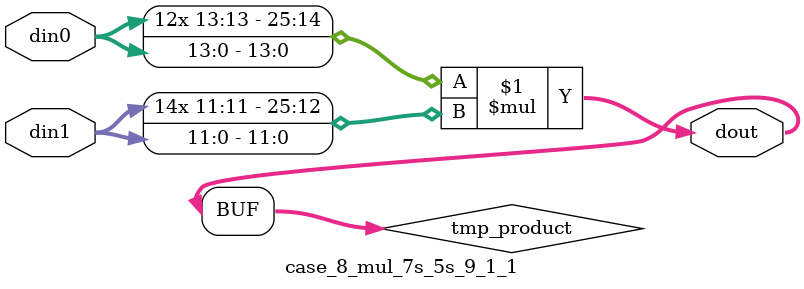
<source format=v>

`timescale 1 ns / 1 ps

 module case_8_mul_7s_5s_9_1_1(din0, din1, dout);
parameter ID = 1;
parameter NUM_STAGE = 0;
parameter din0_WIDTH = 14;
parameter din1_WIDTH = 12;
parameter dout_WIDTH = 26;

input [din0_WIDTH - 1 : 0] din0; 
input [din1_WIDTH - 1 : 0] din1; 
output [dout_WIDTH - 1 : 0] dout;

wire signed [dout_WIDTH - 1 : 0] tmp_product;



























assign tmp_product = $signed(din0) * $signed(din1);








assign dout = tmp_product;





















endmodule

</source>
